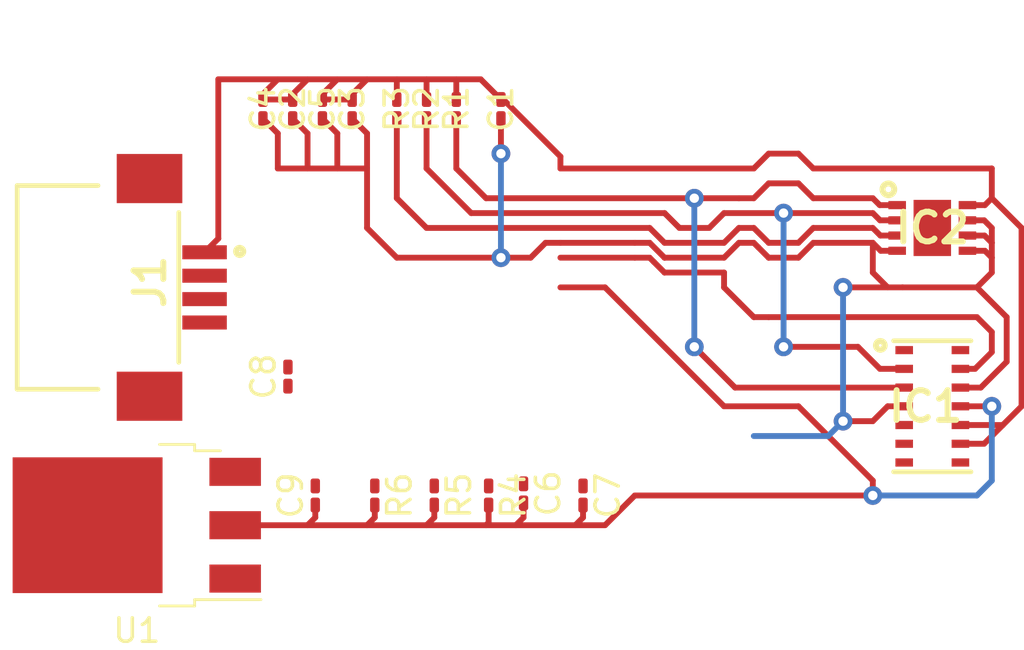
<source format=kicad_pcb>
(kicad_pcb (version 20211014) (generator pcbnew)
  (layers (0 "F.Cu" signal) (31 "B.Cu" signal) (34 "B.Paste" user) (35 "F.Paste" user) (36 "B.SilkS" user "B.Silkscreen") (37 "F.SilkS" user "F.Silkscreen") (38 "B.Mask" user) (39 "F.Mask" user) (44 "Edge.Cuts" user))
  (net 0 "")
  (net 1 "VCC")
  (net 2 "GND")
  (net 3 "+1V8")
  (net 9 "/SCL")
  (net 11 "/SDA")
  (net 12 "/INT")
  (net 13 "/OS")
  (footprint "Resistor_SMD:R_0201_0603Metric_Pad0.64x0.40mm_HandSolder" (layer "F.Cu") (at 124.57 72.39 -90)
    (fp_text reference "R4" (at 0 -1.05 90) (layer "F.SilkS"))
    (fp_text value "1k")
    (pad "1" smd roundrect (at -0.4075 0 270) (size 0.635 0.4) (layers "F.Cu" "F.Mask") (net 12 "/INT"))
    (pad "2" smd roundrect (at 0.4075 0 270) (size 0.635 0.4) (layers "F.Cu" "F.Mask") (net 3 "+1V8"))
  )
  (footprint "52207-0460:0522070433" (layer "F.Cu") (at 111.343875 63.5 -90)
    (fp_text reference "J1" (at -0.239 1.236 90) (layer "F.SilkS") (effects (font (size 1.27 1.27) (thickness 0.254))))
    (fp_text value "52207-0460" hide)
    (fp_line (start 4.35 6.9) (end 4.35 3.45) (layer "F.SilkS") (width 0.2))
    (fp_line (start -4.35 6.9) (end 4.35 6.9) (layer "F.SilkS") (width 0.2))
    (fp_line (start -4.35 3.45) (end -4.35 6.9) (layer "F.SilkS") (width 0.2))
    (fp_line (start -3.2 0) (end 3.2 0) (layer "F.SilkS") (width 0.2))
    (fp_circle (center -1.537 -2.599) (end -1.56325 -2.599) (layer "F.SilkS") (width 0.254) (fill none))
    (pad "1" smd rect (at -1.5 -1.1 270) (size 0.6 1.9) (layers "F.Cu" "F.Paste" "F.Mask") (net 1 "VCC"))
    (pad "2" smd rect (at -0.5 -1.1 270) (size 0.6 1.9) (layers "F.Cu" "F.Paste" "F.Mask") (net 11 "/SDA"))
    (pad "3" smd rect (at 0.5 -1.1 270) (size 0.6 1.9) (layers "F.Cu" "F.Paste" "F.Mask") (net 9 "/SCL"))
    (pad "4" smd rect (at 1.5 -1.1 270) (size 0.6 1.9) (layers "F.Cu" "F.Paste" "F.Mask") (net 2 "GND"))
    (pad "5" smd rect (at -4.65 1.25 270) (size 2.1 2.8) (layers "F.Cu" "F.Paste" "F.Mask"))
    (pad "6" smd rect (at 4.65 1.25 270) (size 2.1 2.8) (layers "F.Cu" "F.Paste" "F.Mask"))
  )
  (footprint "Resistor_SMD:R_0201_0603Metric_Pad0.64x0.40mm_HandSolder" (layer "F.Cu") (at 123.19 55.88 90)
    (fp_text reference "R1" (at 0 0 90) (layer "F.SilkS"))
    (fp_text value "4.7k" hide)
    (pad "1" smd roundrect (at -0.4075 0 90) (size 0.635 0.4) (layers "F.Cu" "F.Mask") (net 11 "/SDA"))
    (pad "2" smd roundrect (at 0.4075 0 90) (size 0.635 0.4) (layers "F.Cu" "F.Mask") (net 1 "VCC"))
  )
  (footprint "Capacitor_SMD:C_0201_0603Metric_Pad0.64x0.40mm_HandSolder" (layer "F.Cu") (at 125.095 55.88 -90)
    (fp_text reference "C1" (at 0 0 -90) (layer "F.SilkS"))
    (fp_text value "0.1 uF")
    (pad "1" smd roundrect (at -0.4075 0 270) (size 0.635 0.4) (layers "F.Cu" "F.Mask") (net 1 "VCC"))
    (pad "2" smd roundrect (at 0.4075 0 270) (size 0.635 0.4) (layers "F.Cu" "F.Mask") (net 2 "GND"))
  )
  (footprint "Resistor_SMD:R_0201_0603Metric_Pad0.64x0.40mm_HandSolder" (layer "F.Cu") (at 122.25 72.39 -90)
    (fp_text reference "R5" (at 0 -1.05 90) (layer "F.SilkS"))
    (fp_text value "1k")
    (pad "1" smd roundrect (at -0.4075 0 270) (size 0.635 0.4) (layers "F.Cu" "F.Mask") (net 9 "/SCL"))
    (pad "2" smd roundrect (at 0.4075 0 270) (size 0.635 0.4) (layers "F.Cu" "F.Mask") (net 3 "+1V8"))
  )
  (footprint "Capacitor_SMD:C_0201_0603Metric_Pad0.64x0.40mm_HandSolder" (layer "F.Cu") (at 126.06 72.3 -90)
    (fp_text reference "C6" (at 0 -1.05 90) (layer "F.SilkS"))
    (fp_text value "4.7uF")
    (pad "1" smd roundrect (at -0.4075 0 270) (size 0.635 0.4) (layers "F.Cu" "F.Mask") (net 2 "GND"))
    (pad "2" smd roundrect (at 0.4075 0 270) (size 0.635 0.4) (layers "F.Cu" "F.Mask") (net 3 "+1V8"))
  )
  (footprint "Resistor_SMD:R_0201_0603Metric_Pad0.64x0.40mm_HandSolder" (layer "F.Cu") (at 119.71 72.39 -90)
    (fp_text reference "R6" (at 0 -1.05 90) (layer "F.SilkS"))
    (fp_text value "1k")
    (pad "1" smd roundrect (at -0.4075 0 270) (size 0.635 0.4) (layers "F.Cu" "F.Mask") (net 11 "/SDA"))
    (pad "2" smd roundrect (at 0.4075 0 270) (size 0.635 0.4) (layers "F.Cu" "F.Mask") (net 3 "+1V8"))
  )
  (footprint "Capacitor_SMD:C_0201_0603Metric_Pad0.64x0.40mm_HandSolder" (layer "F.Cu") (at 128.6 72.39 -90)
    (fp_text reference "C7" (at 0 -1.05 90) (layer "F.SilkS"))
    (fp_text value "0.1uF")
    (pad "1" smd roundrect (at -0.4075 0 270) (size 0.635 0.4) (layers "F.Cu" "F.Mask") (net 2 "GND"))
    (pad "2" smd roundrect (at 0.4075 0 270) (size 0.635 0.4) (layers "F.Cu" "F.Mask") (net 3 "+1V8"))
  )
  (footprint "Capacitor_SMD:C_0201_0603Metric_Pad0.64x0.40mm_HandSolder" (layer "F.Cu") (at 116.0025 67.31 90)
    (fp_text reference "C8" (at 0 -1.05 90) (layer "F.SilkS"))
    (fp_text value "100uF")
    (pad "1" smd roundrect (at -0.4075 0 90) (size 0.635 0.4) (layers "F.Cu" "F.Mask") (net 1 "VCC"))
    (pad "2" smd roundrect (at 0.4075 0 90) (size 0.635 0.4) (layers "F.Cu" "F.Mask") (net 2 "GND"))
  )
  (footprint "Capacitor_SMD:C_0201_0603Metric_Pad0.64x0.40mm_HandSolder" (layer "F.Cu") (at 118.745 55.88 -90)
    (fp_text reference "C3" (at 0 0 90) (layer "F.SilkS"))
    (fp_text value "0.1uF")
    (pad "1" smd roundrect (at -0.4075 0 270) (size 0.635 0.4) (layers "F.Cu" "F.Mask") (net 1 "VCC"))
    (pad "2" smd roundrect (at 0.4075 0 270) (size 0.635 0.4) (layers "F.Cu" "F.Mask") (net 2 "GND"))
  )
  (footprint "Capacitor_SMD:C_0201_0603Metric_Pad0.64x0.40mm_HandSolder" (layer "F.Cu") (at 116.205 55.88 -90)
    (fp_text reference "C2" (at 0 0 -90) (layer "F.SilkS"))
    (fp_text value "10uF" hide)
    (pad "1" smd roundrect (at -0.4075 0 270) (size 0.635 0.4) (layers "F.Cu" "F.Mask") (net 1 "VCC"))
    (pad "2" smd roundrect (at 0.4075 0 270) (size 0.635 0.4) (layers "F.Cu" "F.Mask") (net 2 "GND"))
  )
  (footprint "Package_TO_SOT_SMD:TO-252-3_TabPin2" (layer "F.Cu") (at 109.55 73.66 180)
    (fp_text reference "U1" (at 0 -4.5) (layer "F.SilkS"))
    (fp_text value "IFX27001TFV18")
    (fp_line (start -2.47 3.45) (end -2.47 3.18) (layer "F.SilkS") (width 0.12))
    (fp_line (start -0.97 3.45) (end -2.47 3.45) (layer "F.SilkS") (width 0.12))
    (fp_line (start -0.97 -3.45) (end -2.47 -3.45) (layer "F.SilkS") (width 0.12))
    (fp_line (start -2.47 3.18) (end -3.57 3.18) (layer "F.SilkS") (width 0.12))
    (fp_line (start -2.47 -3.45) (end -2.47 -3.18) (layer "F.SilkS") (width 0.12))
    (fp_line (start -2.47 -3.18) (end -5.3 -3.18) (layer "F.SilkS") (width 0.12))
    (pad "1" smd rect (at -4.2 -2.28 180) (size 2.2 1.2) (layers "F.Cu" "F.Paste" "F.Mask") (net 2 "GND"))
    (pad "2" smd rect (at 2.1 0 180) (size 6.4 5.8) (layers "F.Cu" "F.Mask") (net 3 "+1V8"))
    (pad "2" smd rect (at -4.2 0 180) (size 2.2 1.2) (layers "F.Cu" "F.Paste" "F.Mask") (net 3 "+1V8"))
    (pad "3" smd rect (at -4.2 2.28 180) (size 2.2 1.2) (layers "F.Cu" "F.Paste" "F.Mask") (net 1 "VCC"))
  )
  (footprint "MAX30102EFD+:14-LEAD-OESIP" (layer "F.Cu") (at 143.51 68.58)
    (fp_text reference "IC1" (at -0.284 0.006) (layer "F.SilkS") (effects (font (size 1.27 1.27) (thickness 0.254))))
    (fp_text value "MAX30102EFD+" hide)
    (fp_line (start -1.65 -2.8) (end 1.65 -2.8) (layer "F.SilkS") (width 0.2))
    (fp_line (start 1.65 2.8) (end -1.65 2.8) (layer "F.SilkS") (width 0.2))
    (fp_circle (center -2.219 -2.603) (end -2.27867 -2.603) (layer "F.SilkS") (width 0.254) (fill none))
    (pad "1" smd rect (at -1.2 -2.4 90) (size 0.35 0.75) (layers "F.Cu" "F.Paste" "F.Mask"))
    (pad "2" smd rect (at -1.2 -1.6 90) (size 0.35 0.75) (layers "F.Cu" "F.Paste" "F.Mask") (net 9 "/SCL"))
    (pad "3" smd rect (at -1.2 -0.8 90) (size 0.35 0.75) (layers "F.Cu" "F.Paste" "F.Mask") (net 11 "/SDA"))
    (pad "4" smd rect (at -1.2 0 90) (size 0.35 0.75) (layers "F.Cu" "F.Paste" "F.Mask") (net 2 "GND"))
    (pad "5" smd rect (at -1.2 0.8 90) (size 0.35 0.75) (layers "F.Cu" "F.Paste" "F.Mask"))
    (pad "6" smd rect (at -1.2 1.6 90) (size 0.35 0.75) (layers "F.Cu" "F.Paste" "F.Mask"))
    (pad "7" smd rect (at -1.2 2.4 90) (size 0.35 0.75) (layers "F.Cu" "F.Paste" "F.Mask"))
    (pad "8" smd rect (at 1.2 2.4 90) (size 0.35 0.75) (layers "F.Cu" "F.Paste" "F.Mask"))
    (pad "9" smd rect (at 1.2 1.6 90) (size 0.35 0.75) (layers "F.Cu" "F.Paste" "F.Mask") (net 1 "VCC"))
    (pad "10" smd rect (at 1.2 0.8 90) (size 0.35 0.75) (layers "F.Cu" "F.Paste" "F.Mask") (net 1 "VCC"))
    (pad "11" smd rect (at 1.2 0 90) (size 0.35 0.75) (layers "F.Cu" "F.Paste" "F.Mask") (net 3 "+1V8"))
    (pad "12" smd rect (at 1.2 -0.8 90) (size 0.35 0.75) (layers "F.Cu" "F.Paste" "F.Mask") (net 2 "GND"))
    (pad "13" smd rect (at 1.2 -1.6 90) (size 0.35 0.75) (layers "F.Cu" "F.Paste" "F.Mask") (net 12 "/INT"))
    (pad "14" smd rect (at 1.2 -2.4 90) (size 0.35 0.75) (layers "F.Cu" "F.Paste" "F.Mask"))
  )
  (footprint "MAX30205MTA+:SON65P300X300X80-9N" (layer "F.Cu") (at 143.51 60.96)
    (fp_text reference "IC2" (at 0 0) (layer "F.SilkS") (effects (font (size 1.27 1.27) (thickness 0.254))))
    (fp_text value "MAX30205MTA+" hide)
    (fp_circle (center -1.875 -1.65) (end -1.75 -1.65) (layer "F.SilkS") (width 0.254) (fill none))
    (pad "1" smd rect (at -1.5 -0.975 90) (size 0.35 0.75) (layers "F.Cu" "F.Paste" "F.Mask") (net 11 "/SDA"))
    (pad "2" smd rect (at -1.5 -0.325 90) (size 0.35 0.75) (layers "F.Cu" "F.Paste" "F.Mask") (net 9 "/SCL"))
    (pad "3" smd rect (at -1.5 0.325 90) (size 0.35 0.75) (layers "F.Cu" "F.Paste" "F.Mask") (net 13 "/OS"))
    (pad "4" smd rect (at -1.5 0.975 90) (size 0.35 0.75) (layers "F.Cu" "F.Paste" "F.Mask") (net 2 "GND"))
    (pad "5" smd rect (at 1.5 0.975 90) (size 0.35 0.75) (layers "F.Cu" "F.Paste" "F.Mask") (net 2 "GND"))
    (pad "6" smd rect (at 1.5 0.325 90) (size 0.35 0.75) (layers "F.Cu" "F.Paste" "F.Mask") (net 2 "GND"))
    (pad "7" smd rect (at 1.5 -0.325 90) (size 0.35 0.75) (layers "F.Cu" "F.Paste" "F.Mask") (net 2 "GND"))
    (pad "8" smd rect (at 1.5 -0.975 90) (size 0.35 0.75) (layers "F.Cu" "F.Paste" "F.Mask") (net 1 "VCC"))
    (pad "9" smd rect (at 0 0) (size 1.6 2.4) (layers "F.Cu" "F.Paste" "F.Mask") (net 2 "GND"))
  )
  (footprint "Capacitor_SMD:C_0201_0603Metric_Pad0.64x0.40mm_HandSolder" (layer "F.Cu") (at 114.935 55.88 -90)
    (fp_text reference "C4" (at 0 0 90) (layer "F.SilkS"))
    (fp_text value "10uF")
    (pad "1" smd roundrect (at -0.4075 0 270) (size 0.635 0.4) (layers "F.Cu" "F.Mask") (net 1 "VCC"))
    (pad "2" smd roundrect (at 0.4075 0 270) (size 0.635 0.4) (layers "F.Cu" "F.Mask") (net 2 "GND"))
  )
  (footprint "Resistor_SMD:R_0201_0603Metric_Pad0.64x0.40mm_HandSolder" (layer "F.Cu") (at 121.92 55.88 90)
    (fp_text reference "R2" (at 0 0 270) (layer "F.SilkS"))
    (fp_text value "4.7k" hide)
    (pad "1" smd roundrect (at -0.4075 0 90) (size 0.635 0.4) (layers "F.Cu" "F.Mask") (net 9 "/SCL"))
    (pad "2" smd roundrect (at 0.4075 0 90) (size 0.635 0.4) (layers "F.Cu" "F.Mask") (net 1 "VCC"))
  )
  (footprint "Resistor_SMD:R_0201_0603Metric_Pad0.64x0.40mm_HandSolder" (layer "F.Cu") (at 120.65 55.88 90)
    (fp_text reference "R3" (at 0 0 270) (layer "F.SilkS"))
    (fp_text value "4.7k")
    (pad "1" smd roundrect (at -0.4075 0 90) (size 0.635 0.4) (layers "F.Cu" "F.Mask") (net 13 "/OS"))
    (pad "2" smd roundrect (at 0.4075 0 90) (size 0.635 0.4) (layers "F.Cu" "F.Mask") (net 1 "VCC"))
  )
  (footprint "Capacitor_SMD:C_0201_0603Metric_Pad0.64x0.40mm_HandSolder" (layer "F.Cu") (at 117.475 55.88 -90)
    (fp_text reference "C5" (at 0 0 -90) (layer "F.SilkS"))
    (fp_text value "0.1uF" hide)
    (pad "1" smd roundrect (at -0.4075 0 270) (size 0.635 0.4) (layers "F.Cu" "F.Mask") (net 1 "VCC"))
    (pad "2" smd roundrect (at 0.4075 0 270) (size 0.635 0.4) (layers "F.Cu" "F.Mask") (net 2 "GND"))
  )
  (footprint "Capacitor_SMD:C_0201_0603Metric_Pad0.64x0.40mm_HandSolder" (layer "F.Cu") (at 117.17 72.39 90)
    (fp_text reference "C9" (at 0 -1.05 90) (layer "F.SilkS"))
    (fp_text value "100uF")
    (pad "1" smd roundrect (at -0.4075 0 90) (size 0.635 0.4) (layers "F.Cu" "F.Mask") (net 3 "+1V8"))
    (pad "2" smd roundrect (at 0.4075 0 90) (size 0.635 0.4) (layers "F.Cu" "F.Mask") (net 2 "GND"))
  )
  (segment (start 112.443875 62) (end 113.03 61.413875) (width 0.25) (layer "F.Cu") (net 1))
  (segment (start 145.72 70.18) (end 146.52 69.38) (width 0.25) (layer "F.Cu") (net 1))
  (segment (start 146.05 59.69) (end 146.05 58.42) (width 0.25) (layer "F.Cu") (net 1))
  (segment (start 147.32 68.58) (end 147.32 60.96) (width 0.25) (layer "F.Cu") (net 1))
  (segment (start 114.935 55.4725) (end 116.205 55.4725) (width 0.25) (layer "F.Cu") (net 1))
  (segment (start 137.795 57.785) (end 136.525 57.785) (width 0.25) (layer "F.Cu") (net 1))
  (segment (start 136.525 57.785) (end 135.89 58.42) (width 0.25) (layer "F.Cu") (net 1))
  (segment (start 138.43 58.42) (end 137.795 57.785) (width 0.25) (layer "F.Cu") (net 1))
  (segment (start 145.01 59.985) (end 145.755 59.985) (width 0.25) (layer "F.Cu") (net 1))
  (segment (start 116.205 55.4725) (end 116.205 55.245) (width 0.25) (layer "F.Cu") (net 1))
  (segment (start 123.19 54.61) (end 123.19 55.4725) (width 0.25) (layer "F.Cu") (net 1))
  (segment (start 121.92 54.61) (end 123.19 54.61) (width 0.25) (layer "F.Cu") (net 1))
  (segment (start 123.19 54.61) (end 124.2325 54.61) (width 0.25) (layer "F.Cu") (net 1))
  (segment (start 117.475 55.4725) (end 117.475 55.245) (width 0.25) (layer "F.Cu") (net 1))
  (segment (start 121.92 54.61) (end 121.92 55.4725) (width 0.25) (layer "F.Cu") (net 1))
  (segment (start 144.71 70.18) (end 145.72 70.18) (width 0.25) (layer "F.Cu") (net 1))
  (segment (start 117.475 55.4725) (end 118.745 55.4725) (width 0.25) (layer "F.Cu") (net 1))
  (segment (start 120.65 54.61) (end 120.65 55.4725) (width 0.25) (layer "F.Cu") (net 1))
  (segment (start 146.05 58.42) (end 138.43 58.42) (width 0.25) (layer "F.Cu") (net 1))
  (segment (start 114.935 55.245) (end 115.57 54.61) (width 0.25) (layer "F.Cu") (net 1))
  (segment (start 145.755 59.985) (end 146.05 59.69) (width 0.25) (layer "F.Cu") (net 1))
  (segment (start 118.745 55.245) (end 119.38 54.61) (width 0.25) (layer "F.Cu") (net 1))
  (segment (start 120.65 54.61) (end 121.92 54.61) (width 0.25) (layer "F.Cu") (net 1))
  (segment (start 127.635 57.908959) (end 125.198541 55.4725) (width 0.25) (layer "F.Cu") (net 1))
  (segment (start 147.32 60.96) (end 146.05 59.69) (width 0.25) (layer "F.Cu") (net 1))
  (segment (start 127.635 58.42) (end 127.635 57.908959) (width 0.25) (layer "F.Cu") (net 1))
  (segment (start 146.52 69.38) (end 147.32 68.58) (width 0.25) (layer "F.Cu") (net 1))
  (segment (start 118.745 55.4725) (end 118.745 55.245) (width 0.25) (layer "F.Cu") (net 1))
  (segment (start 124.2325 54.61) (end 125.095 55.4725) (width 0.25) (layer "F.Cu") (net 1))
  (segment (start 116.205 55.245) (end 116.84 54.61) (width 0.25) (layer "F.Cu") (net 1))
  (segment (start 135.89 58.42) (end 127.635 58.42) (width 0.25) (layer "F.Cu") (net 1))
  (segment (start 114.935 55.4725) (end 114.935 55.245) (width 0.25) (layer "F.Cu") (net 1))
  (segment (start 119.38 54.61) (end 120.65 54.61) (width 0.25) (layer "F.Cu") (net 1))
  (segment (start 125.198541 55.4725) (end 125.095 55.4725) (width 0.25) (layer "F.Cu") (net 1))
  (segment (start 113.03 61.413875) (end 113.03 54.61) (width 0.25) (layer "F.Cu") (net 1))
  (segment (start 113.03 54.61) (end 119.38 54.61) (width 0.25) (layer "F.Cu") (net 1))
  (segment (start 117.475 55.245) (end 118.11 54.61) (width 0.25) (layer "F.Cu") (net 1))
  (segment (start 144.71 69.38) (end 146.52 69.38) (width 0.25) (layer "F.Cu") (net 1))
  (segment (start 146.685 64.77) (end 145.415 63.5) (width 0.25) (layer "F.Cu") (net 2))
  (segment (start 120.65 62.23) (end 119.38 60.96) (width 0.25) (layer "F.Cu") (net 2))
  (segment (start 118.11 56.9225) (end 118.11 58.42) (width 0.25) (layer "F.Cu") (net 2))
  (segment (start 132.08 62.23) (end 132.078604 62.23) (width 0.25) (layer "F.Cu") (net 2))
  (segment (start 145.74 61.285) (end 146.05 61.595) (width 0.25) (layer "F.Cu") (net 2))
  (segment (start 146.05 62.23) (end 146.05 62.865) (width 0.25) (layer "F.Cu") (net 2))
  (segment (start 117.475 56.2875) (end 118.11 56.9225) (width 0.25) (layer "F.Cu") (net 2))
  (segment (start 140.967208 61.595) (end 138.43 61.595) (width 0.25) (layer "F.Cu") (net 2))
  (segment (start 146.05 62.865) (end 145.415 63.5) (width 0.25) (layer "F.Cu") (net 2))
  (segment (start 145.01 61.935) (end 145.755 61.935) (width 0.25) (layer "F.Cu") (net 2))
  (segment (start 127 61.595) (end 126.365 62.23) (width 0.25) (layer "F.Cu") (net 2))
  (segment (start 145.58 67.78) (end 146.685 66.675) (width 0.25) (layer "F.Cu") (net 2))
  (segment (start 142.24 63.5) (end 141.605 63.5) (width 0.25) (layer "F.Cu") (net 2))
  (segment (start 137.795 62.23) (end 136.525 62.23) (width 0.25) (layer "F.Cu") (net 2))
  (segment (start 130.81 61.595) (end 127.635 61.595) (width 0.25) (layer "F.Cu") (net 2))
  (segment (start 115.57 58.42) (end 116.84 58.42) (width 0.25) (layer "F.Cu") (net 2))
  (segment (start 125.095 57.785) (end 125.095 56.2875) (width 0.25) (layer "F.Cu") (net 2))
  (segment (start 136.523604 62.23) (end 136.075 61.781396) (width 0.25) (layer "F.Cu") (net 2))
  (segment (start 118.745 56.2875) (end 119.38 56.9225) (width 0.25) (layer "F.Cu") (net 2))
  (segment (start 146.05 60.96) (end 146.05 61.595) (width 0.25) (layer "F.Cu") (net 2))
  (segment (start 118.11 58.42) (end 116.84 58.42) (width 0.25) (layer "F.Cu") (net 2))
  (segment (start 125.095 62.23) (end 120.65 62.23) (width 0.25) (layer "F.Cu") (net 2))
  (segment (start 140.968604 61.596396) (end 140.967208 61.595) (width 0.25) (layer "F.Cu") (net 2))
  (segment (start 145.01 60.635) (end 145.725 60.635) (width 0.25) (layer "F.Cu") (net 2))
  (segment (start 119.38 56.9225) (end 119.38 58.42) (width 0.25) (layer "F.Cu") (net 2))
  (segment (start 119.38 60.96) (end 119.38 58.42) (width 0.25) (layer "F.Cu") (net 2))
  (segment (start 134.62 62.23) (end 132.08 62.23) (width 0.25) (layer "F.Cu") (net 2))
  (segment (start 138.43 61.595) (end 137.795 62.23) (width 0.25) (layer "F.Cu") (net 2))
  (segment (start 146.05 61.595) (end 146.05 62.23) (width 0.25) (layer "F.Cu") (net 2))
  (segment (start 140.97 62.865) (end 140.97 61.597792) (width 0.25) (layer "F.Cu") (net 2))
  (segment (start 145.01 61.285) (end 145.74 61.285) (width 0.25) (layer "F.Cu") (net 2))
  (segment (start 142.31 68.58) (end 141.605 68.58) (width 0.25) (layer "F.Cu") (net 2))
  (segment (start 140.97 69.215) (end 139.7 69.215) (width 0.25) (layer "F.Cu") (net 2))
  (segment (start 141.605 63.5) (end 139.7 63.5) (width 0.25) (layer "F.Cu") (net 2))
  (segment (start 144.71 67.78) (end 145.58 67.78) (width 0.25) (layer "F.Cu") (net 2))
  (segment (start 141.307208 61.935) (end 140.968604 61.596396) (width 0.25) (layer "F.Cu") (net 2))
  (segment (start 141.605 68.58) (end 140.97 69.215) (width 0.25) (layer "F.Cu") (net 2))
  (segment (start 145.415 63.5) (end 142.24 63.5) (width 0.25) (layer "F.Cu") (net 2))
  (segment (start 131.443604 61.595) (end 130.81 61.595) (width 0.25) (layer "F.Cu") (net 2))
  (segment (start 142.01 61.935) (end 141.307208 61.935) (width 0.25) (layer "F.Cu") (net 2))
  (segment (start 127.635 61.595) (end 127 61.595) (width 0.25) (layer "F.Cu") (net 2))
  (segment (start 145.725 60.635) (end 146.05 60.96) (width 0.25) (layer "F.Cu") (net 2))
  (segment (start 136.525 62.23) (end 136.523604 62.23) (width 0.25) (layer "F.Cu") (net 2))
  (segment (start 114.935 56.2875) (end 115.57 56.9225) (width 0.25) (layer "F.Cu") (net 2))
  (segment (start 119.38 58.42) (end 118.11 58.42) (width 0.25) (layer "F.Cu") (net 2))
  (segment (start 126.365 62.23) (end 125.095 62.23) (width 0.25) (layer "F.Cu") (net 2))
  (segment (start 141.605 63.5) (end 140.97 62.865) (width 0.25) (layer "F.Cu") (net 2))
  (segment (start 116.205 56.2875) (end 116.84 56.9225) (width 0.25) (layer "F.Cu") (net 2))
  (segment (start 146.685 66.675) (end 146.685 64.77) (width 0.25) (layer "F.Cu") (net 2))
  (segment (start 115.57 56.9225) (end 115.57 58.42) (width 0.25) (layer "F.Cu") (net 2))
  (segment (start 136.075 61.781396) (end 135.888604 61.595) (width 0.25) (layer "F.Cu") (net 2))
  (segment (start 131.444302 61.595698) (end 131.443604 61.595) (width 0.25) (layer "F.Cu") (net 2))
  (segment (start 116.84 56.9225) (end 116.84 58.42) (width 0.25) (layer "F.Cu") (net 2))
  (segment (start 135.888604 61.595) (end 135.255 61.595) (width 0.25) (layer "F.Cu") (net 2))
  (segment (start 113.75 75.94) (end 114.0275 75.94) (width 0.25) (layer "F.Cu") (net 2))
  (segment (start 132.078604 62.23) (end 131.444302 61.595698) (width 0.25) (layer "F.Cu") (net 2))
  (segment (start 145.755 61.935) (end 146.05 62.23) (width 0.25) (layer "F.Cu") (net 2))
  (segment (start 135.255 61.595) (end 134.62 62.23) (width 0.25) (layer "F.Cu") (net 2))
  (via (at 125.095 57.785) (size 0.8) (drill 0.4) (layers "F.Cu" "B.Cu") (net 2))
  (via (at 139.7 63.5) (size 0.8) (drill 0.4) (layers "F.Cu" "B.Cu") (net 2))
  (via (at 125.095 62.23) (size 0.8) (drill 0.4) (layers "F.Cu" "B.Cu") (net 2))
  (via (at 139.7 69.215) (size 0.8) (drill 0.4) (layers "F.Cu" "B.Cu") (net 2))
  (segment (start 125.095 62.23) (end 125.095 57.785) (width 0.25) (layer "B.Cu") (net 2))
  (segment (start 139.7 69.215) (end 139.065 69.85) (width 0.25) (layer "B.Cu") (net 2))
  (segment (start 139.065 69.85) (end 135.89 69.85) (width 0.25) (layer "B.Cu") (net 2))
  (segment (start 139.7 63.5) (end 139.7 69.215) (width 0.25) (layer "B.Cu") (net 2))
  (segment (start 137.795 68.58) (end 134.62 68.58) (width 0.25) (layer "F.Cu") (net 3))
  (segment (start 117.17 72.7975) (end 117.17 73.33) (width 0.25) (layer "F.Cu") (net 3))
  (segment (start 140.97 71.755) (end 137.795 68.58) (width 0.25) (layer "F.Cu") (net 3))
  (segment (start 119.71 72.7975) (end 119.71 73.33) (width 0.25) (layer "F.Cu") (net 3))
  (segment (start 130.81 72.39) (end 129.54 73.66) (width 0.25) (layer "F.Cu") (net 3))
  (segment (start 126.06 73.33) (end 125.73 73.66) (width 0.25) (layer "F.Cu") (net 3))
  (segment (start 122.25 73.33) (end 121.92 73.66) (width 0.25) (layer "F.Cu") (net 3))
  (segment (start 124.46 73.66) (end 125.73 73.66) (width 0.25) (layer "F.Cu") (net 3))
  (segment (start 144.71 68.58) (end 146.05 68.58) (width 0.25) (layer "F.Cu") (net 3))
  (segment (start 128.6 73.33) (end 128.27 73.66) (width 0.25) (layer "F.Cu") (net 3))
  (segment (start 140.97 72.39) (end 140.97 71.755) (width 0.25) (layer "F.Cu") (net 3))
  (segment (start 121.92 73.66) (end 124.46 73.66) (width 0.25) (layer "F.Cu") (net 3))
  (segment (start 140.97 72.39) (end 130.81 72.39) (width 0.25) (layer "F.Cu") (net 3))
  (segment (start 128.6 72.7975) (end 128.6 73.33) (width 0.25) (layer "F.Cu") (net 3))
  (segment (start 119.71 73.33) (end 119.38 73.66) (width 0.25) (layer "F.Cu") (net 3))
  (segment (start 129.54 63.5) (end 127.635 63.5) (width 0.25) (layer "F.Cu") (net 3))
  (segment (start 119.38 73.66) (end 121.92 73.66) (width 0.25) (layer "F.Cu") (net 3))
  (segment (start 124.57 72.7975) (end 124.57 73.55) (width 0.25) (layer "F.Cu") (net 3))
  (segment (start 124.57 73.55) (end 124.46 73.66) (width 0.25) (layer "F.Cu") (net 3))
  (segment (start 126.06 72.7075) (end 126.06 73.33) (width 0.25) (layer "F.Cu") (net 3))
  (segment (start 134.62 68.58) (end 129.54 63.5) (width 0.25) (layer "F.Cu") (net 3))
  (segment (start 113.75 73.66) (end 116.84 73.66) (width 0.25) (layer "F.Cu") (net 3))
  (segment (start 117.17 73.33) (end 116.84 73.66) (width 0.25) (layer "F.Cu") (net 3))
  (segment (start 125.73 73.66) (end 129.54 73.66) (width 0.25) (layer "F.Cu") (net 3))
  (segment (start 122.25 72.7975) (end 122.25 73.33) (width 0.25) (layer "F.Cu") (net 3))
  (segment (start 116.84 73.66) (end 119.38 73.66) (width 0.25) (layer "F.Cu") (net 3))
  (via (at 146.05 68.58) (size 0.8) (drill 0.4) (layers "F.Cu" "B.Cu") (net 3))
  (via (at 140.97 72.39) (size 0.8) (drill 0.4) (layers "F.Cu" "B.Cu") (net 3))
  (segment (start 146.05 68.58) (end 146.05 71.755) (width 0.25) (layer "B.Cu") (net 3))
  (segment (start 145.415 72.39) (end 140.97 72.39) (width 0.25) (layer "B.Cu") (net 3))
  (segment (start 146.05 71.755) (end 145.415 72.39) (width 0.25) (layer "B.Cu") (net 3))
  (segment (start 137.16 60.325) (end 134.62 60.325) (width 0.25) (layer "F.Cu") (net 9))
  (segment (start 142.31 66.98) (end 141.275 66.98) (width 0.25) (layer "F.Cu") (net 9))
  (segment (start 141.275 66.98) (end 140.335 66.04) (width 0.25) (layer "F.Cu") (net 9))
  (segment (start 140.97 60.325) (end 137.16 60.325) (width 0.25) (layer "F.Cu") (net 9))
  (segment (start 132.715 60.96) (end 132.08 60.325) (width 0.25) (layer "F.Cu") (net 9))
  (segment (start 133.985 60.96) (end 132.715 60.96) (width 0.25) (layer "F.Cu") (net 9))
  (segment (start 141.28 60.635) (end 140.97 60.325) (width 0.25) (layer "F.Cu") (net 9))
  (segment (start 134.62 60.325) (end 133.985 60.96) (width 0.25) (layer "F.Cu") (net 9))
  (segment (start 142.01 60.635) (end 141.28 60.635) (width 0.25) (layer "F.Cu") (net 9))
  (segment (start 132.08 60.325) (end 123.825 60.325) (width 0.25) (layer "F.Cu") (net 9))
  (segment (start 123.825 60.325) (end 121.92 58.42) (width 0.25) (layer "F.Cu") (net 9))
  (segment (start 140.335 66.04) (end 137.16 66.04) (width 0.25) (layer "F.Cu") (net 9))
  (segment (start 121.92 58.42) (end 121.92 56.2875) (width 0.25) (layer "F.Cu") (net 9))
  (via (at 137.16 66.04) (size 0.8) (drill 0.4) (layers "F.Cu" "B.Cu") (net 9))
  (via (at 137.16 60.325) (size 0.8) (drill 0.4) (layers "F.Cu" "B.Cu") (net 9))
  (segment (start 137.16 66.04) (end 137.16 60.325) (width 0.25) (layer "B.Cu") (net 9))
  (segment (start 141.265 59.985) (end 140.97 59.69) (width 0.25) (layer "F.Cu") (net 11))
  (segment (start 137.795 59.055) (end 136.525 59.055) (width 0.25) (layer "F.Cu") (net 11))
  (segment (start 135.255 59.69) (end 133.35 59.69) (width 0.25) (layer "F.Cu") (net 11))
  (segment (start 124.46 59.69) (end 123.19 58.42) (width 0.25) (layer "F.Cu") (net 11))
  (segment (start 142.01 59.985) (end 141.265 59.985) (width 0.25) (layer "F.Cu") (net 11))
  (segment (start 133.35 59.69) (end 124.46 59.69) (width 0.25) (layer "F.Cu") (net 11))
  (segment (start 140.97 59.69) (end 138.43 59.69) (width 0.25) (layer "F.Cu") (net 11))
  (segment (start 142.31 67.78) (end 135.09 67.78) (width 0.25) (layer "F.Cu") (net 11))
  (segment (start 138.43 59.69) (end 137.795 59.055) (width 0.25) (layer "F.Cu") (net 11))
  (segment (start 135.09 67.78) (end 133.35 66.04) (width 0.25) (layer "F.Cu") (net 11))
  (segment (start 123.19 58.42) (end 123.19 56.2875) (width 0.25) (layer "F.Cu") (net 11))
  (segment (start 136.525 59.055) (end 135.89 59.69) (width 0.25) (layer "F.Cu") (net 11))
  (segment (start 135.89 59.69) (end 135.255 59.69) (width 0.25) (layer "F.Cu") (net 11))
  (via (at 133.35 66.04) (size 0.8) (drill 0.4) (layers "F.Cu" "B.Cu") (net 11))
  (via (at 133.35 59.69) (size 0.8) (drill 0.4) (layers "F.Cu" "B.Cu") (net 11))
  (segment (start 133.35 59.69) (end 133.35 66.04) (width 0.25) (layer "B.Cu") (net 11))
  (segment (start 134.62 63.5) (end 134.62 62.865) (width 0.25) (layer "F.Cu") (net 12))
  (segment (start 136.525 64.77) (end 135.89 64.77) (width 0.25) (layer "F.Cu") (net 12))
  (segment (start 135.255 64.135) (end 134.62 63.5) (width 0.25) (layer "F.Cu") (net 12))
  (segment (start 146.05 66.265) (end 146.05 65.405) (width 0.25) (layer "F.Cu") (net 12))
  (segment (start 134.62 62.865) (end 132.08 62.865) (width 0.25) (layer "F.Cu") (net 12))
  (segment (start 132.077208 62.865) (end 131.628604 62.416396) (width 0.25) (layer "F.Cu") (net 12))
  (segment (start 145.415 64.77) (end 136.525 64.77) (width 0.25) (layer "F.Cu") (net 12))
  (segment (start 135.89 64.77) (end 135.255 64.135) (width 0.25) (layer "F.Cu") (net 12))
  (segment (start 132.08 62.865) (end 132.077208 62.865) (width 0.25) (layer "F.Cu") (net 12))
  (segment (start 131.628604 62.416396) (end 131.442208 62.23) (width 0.25) (layer "F.Cu") (net 12))
  (segment (start 146.05 65.405) (end 145.415 64.77) (width 0.25) (layer "F.Cu") (net 12))
  (segment (start 130.81 62.23) (end 127.635 62.23) (width 0.25) (layer "F.Cu") (net 12))
  (segment (start 145.335 66.98) (end 146.05 66.265) (width 0.25) (layer "F.Cu") (net 12))
  (segment (start 131.442208 62.23) (end 130.81 62.23) (width 0.25) (layer "F.Cu") (net 12))
  (segment (start 144.71 66.98) (end 145.335 66.98) (width 0.25) (layer "F.Cu") (net 12))
  (segment (start 134.618604 61.595) (end 132.08 61.595) (width 0.25) (layer "F.Cu") (net 13))
  (segment (start 137.793604 61.595) (end 136.525 61.595) (width 0.25) (layer "F.Cu") (net 13))
  (segment (start 131.445 60.96) (end 121.92 60.96) (width 0.25) (layer "F.Cu") (net 13))
  (segment (start 136.525 61.595) (end 135.89 60.96) (width 0.25) (layer "F.Cu") (net 13))
  (segment (start 121.92 60.96) (end 120.65 59.69) (width 0.25) (layer "F.Cu") (net 13))
  (segment (start 138.428604 60.96) (end 137.793604 61.595) (width 0.25) (layer "F.Cu") (net 13))
  (segment (start 135.89 60.96) (end 135.253604 60.96) (width 0.25) (layer "F.Cu") (net 13))
  (segment (start 132.08 61.595) (end 131.445 60.96) (width 0.25) (layer "F.Cu") (net 13))
  (segment (start 120.65 59.69) (end 120.65 56.2875) (width 0.25) (layer "F.Cu") (net 13))
  (segment (start 135.253604 60.96) (end 134.618604 61.595) (width 0.25) (layer "F.Cu") (net 13))
  (segment (start 140.968604 60.96) (end 138.428604 60.96) (width 0.25) (layer "F.Cu") (net 13))
  (segment (start 141.293604 61.285) (end 140.968604 60.96) (width 0.25) (layer "F.Cu") (net 13))
  (segment (start 142.01 61.285) (end 141.293604 61.285) (width 0.25) (layer "F.Cu") (net 13))
)
</source>
